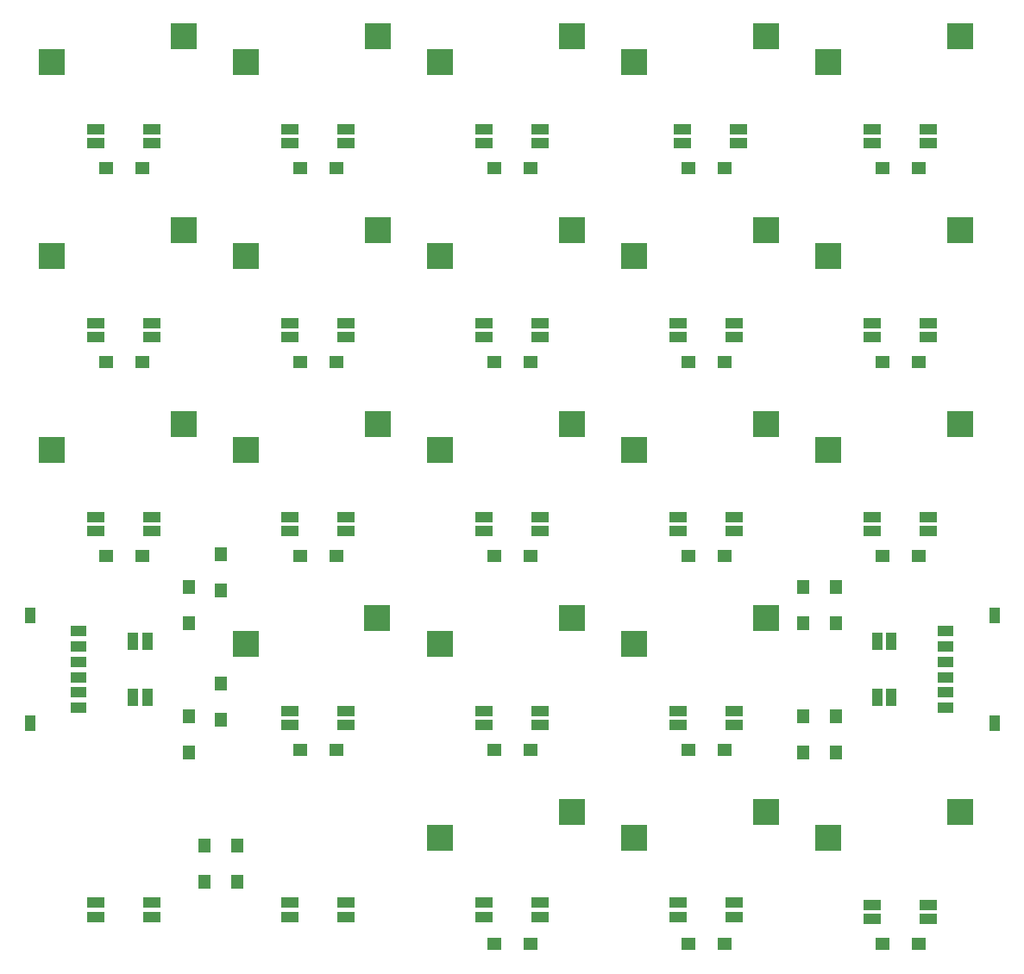
<source format=gbp>
G04 #@! TF.GenerationSoftware,KiCad,Pcbnew,(6.0.1)*
G04 #@! TF.CreationDate,2022-02-24T19:14:04+09:00*
G04 #@! TF.ProjectId,xipher_kbd,78697068-6572-45f6-9b62-642e6b696361,rev?*
G04 #@! TF.SameCoordinates,Original*
G04 #@! TF.FileFunction,Paste,Bot*
G04 #@! TF.FilePolarity,Positive*
%FSLAX46Y46*%
G04 Gerber Fmt 4.6, Leading zero omitted, Abs format (unit mm)*
G04 Created by KiCad (PCBNEW (6.0.1)) date 2022-02-24 19:14:04*
%MOMM*%
%LPD*%
G01*
G04 APERTURE LIST*
%ADD10R,1.000000X1.700000*%
%ADD11R,1.600000X1.000000*%
%ADD12R,1.100000X1.600000*%
%ADD13R,2.550000X2.500000*%
%ADD14R,1.400000X1.300000*%
%ADD15R,1.300000X1.400000*%
%ADD16R,1.700000X1.000000*%
G04 APERTURE END LIST*
D10*
G04 #@! TO.C,LED16*
X43750000Y-97262500D03*
X45150000Y-97262500D03*
X43750000Y-102762500D03*
X45150000Y-102762500D03*
G04 #@! TD*
D11*
G04 #@! TO.C,S1*
X123487500Y-100762500D03*
D12*
X128287500Y-105312500D03*
D11*
X123487500Y-96262500D03*
D12*
X128287500Y-94712500D03*
D11*
X123487500Y-97762500D03*
X123487500Y-99262500D03*
X123487500Y-102262500D03*
X123487500Y-103762500D03*
G04 #@! TD*
G04 #@! TO.C,S2*
X38437500Y-99262500D03*
D12*
X33637500Y-94712500D03*
D11*
X38437500Y-103762500D03*
D12*
X33637500Y-105312500D03*
D11*
X38437500Y-102262500D03*
X38437500Y-100762500D03*
X38437500Y-97762500D03*
X38437500Y-96262500D03*
G04 #@! TD*
D13*
G04 #@! TO.C,SW28*
X111977500Y-116522500D03*
X124904500Y-113982500D03*
G04 #@! TD*
G04 #@! TO.C,SW27*
X92927500Y-116522500D03*
X105854500Y-113982500D03*
G04 #@! TD*
G04 #@! TO.C,SW26*
X86804500Y-113982500D03*
X73877500Y-116522500D03*
G04 #@! TD*
G04 #@! TO.C,SW22*
X105854500Y-94932500D03*
X92927500Y-97472500D03*
G04 #@! TD*
G04 #@! TO.C,SW21*
X86804500Y-94932500D03*
X73877500Y-97472500D03*
G04 #@! TD*
G04 #@! TO.C,SW20*
X67722000Y-94932500D03*
X54795000Y-97472500D03*
G04 #@! TD*
G04 #@! TO.C,SW18*
X124904500Y-75882500D03*
X111977500Y-78422500D03*
G04 #@! TD*
G04 #@! TO.C,SW17*
X105854500Y-75882500D03*
X92927500Y-78422500D03*
G04 #@! TD*
G04 #@! TO.C,SW16*
X86804500Y-75882500D03*
X73877500Y-78422500D03*
G04 #@! TD*
G04 #@! TO.C,SW15*
X67754500Y-75882500D03*
X54827500Y-78422500D03*
G04 #@! TD*
G04 #@! TO.C,SW14*
X48704500Y-75882500D03*
X35777500Y-78422500D03*
G04 #@! TD*
G04 #@! TO.C,SW13*
X124904500Y-56832500D03*
X111977500Y-59372500D03*
G04 #@! TD*
G04 #@! TO.C,SW12*
X92927500Y-59372500D03*
X105854500Y-56832500D03*
G04 #@! TD*
G04 #@! TO.C,SW11*
X73877500Y-59372500D03*
X86804500Y-56832500D03*
G04 #@! TD*
G04 #@! TO.C,SW10*
X54827500Y-59372500D03*
X67754500Y-56832500D03*
G04 #@! TD*
G04 #@! TO.C,SW9*
X35777500Y-59372500D03*
X48704500Y-56832500D03*
G04 #@! TD*
G04 #@! TO.C,SW8*
X124904500Y-37782500D03*
X111977500Y-40322500D03*
G04 #@! TD*
G04 #@! TO.C,SW7*
X105854500Y-37782500D03*
X92927500Y-40322500D03*
G04 #@! TD*
G04 #@! TO.C,SW6*
X86804500Y-37782500D03*
X73877500Y-40322500D03*
G04 #@! TD*
G04 #@! TO.C,SW5*
X67754500Y-37782500D03*
X54827500Y-40322500D03*
G04 #@! TD*
G04 #@! TO.C,SW4*
X35777500Y-40322500D03*
X48704500Y-37782500D03*
G04 #@! TD*
D14*
G04 #@! TO.C,D14*
X79187500Y-88900000D03*
X82737500Y-88900000D03*
G04 #@! TD*
G04 #@! TO.C,D13*
X60137500Y-88900000D03*
X63687500Y-88900000D03*
G04 #@! TD*
G04 #@! TO.C,D12*
X41087500Y-88900000D03*
X44637500Y-88900000D03*
G04 #@! TD*
G04 #@! TO.C,D10*
X117287500Y-69850000D03*
X120837500Y-69850000D03*
G04 #@! TD*
G04 #@! TO.C,D9*
X98237500Y-69850000D03*
X101787500Y-69850000D03*
G04 #@! TD*
G04 #@! TO.C,D8*
X79187500Y-69850000D03*
X82737500Y-69850000D03*
G04 #@! TD*
G04 #@! TO.C,D7*
X60137500Y-69850000D03*
X63687500Y-69850000D03*
G04 #@! TD*
G04 #@! TO.C,D6*
X41087500Y-69850000D03*
X44637500Y-69850000D03*
G04 #@! TD*
G04 #@! TO.C,D5*
X120837500Y-50800000D03*
X117287500Y-50800000D03*
G04 #@! TD*
G04 #@! TO.C,D4*
X98237500Y-50800000D03*
X101787500Y-50800000D03*
G04 #@! TD*
G04 #@! TO.C,D3*
X79187500Y-50800000D03*
X82737500Y-50800000D03*
G04 #@! TD*
G04 #@! TO.C,D2*
X63687500Y-50800000D03*
X60137500Y-50800000D03*
G04 #@! TD*
G04 #@! TO.C,D1*
X41087500Y-50800000D03*
X44637500Y-50800000D03*
G04 #@! TD*
D15*
G04 #@! TO.C,D11*
X112712500Y-104587500D03*
X112712500Y-108137500D03*
G04 #@! TD*
D14*
G04 #@! TO.C,D31*
X117287500Y-127000000D03*
X120837500Y-127000000D03*
G04 #@! TD*
G04 #@! TO.C,D30*
X98237500Y-127000000D03*
X101787500Y-127000000D03*
G04 #@! TD*
G04 #@! TO.C,D29*
X79187500Y-127000000D03*
X82737500Y-127000000D03*
G04 #@! TD*
D15*
G04 #@! TO.C,D28*
X53975000Y-120837500D03*
X53975000Y-117287500D03*
G04 #@! TD*
G04 #@! TO.C,D27*
X50800000Y-120837500D03*
X50800000Y-117287500D03*
G04 #@! TD*
G04 #@! TO.C,D26*
X49212500Y-108137500D03*
X49212500Y-104587500D03*
G04 #@! TD*
G04 #@! TO.C,D25*
X52387500Y-92262500D03*
X52387500Y-88712500D03*
G04 #@! TD*
G04 #@! TO.C,D24*
X52387500Y-104962500D03*
X52387500Y-101412500D03*
G04 #@! TD*
G04 #@! TO.C,D23*
X112712500Y-91887500D03*
X112712500Y-95437500D03*
G04 #@! TD*
D14*
G04 #@! TO.C,D22*
X98237500Y-107950000D03*
X101787500Y-107950000D03*
G04 #@! TD*
G04 #@! TO.C,D21*
X79187500Y-107950000D03*
X82737500Y-107950000D03*
G04 #@! TD*
G04 #@! TO.C,D20*
X60137500Y-107950000D03*
X63687500Y-107950000D03*
G04 #@! TD*
D15*
G04 #@! TO.C,D19*
X49212500Y-91887500D03*
X49212500Y-95437500D03*
G04 #@! TD*
G04 #@! TO.C,D18*
X109537500Y-104587500D03*
X109537500Y-108137500D03*
G04 #@! TD*
G04 #@! TO.C,D17*
X109537500Y-91887500D03*
X109537500Y-95437500D03*
G04 #@! TD*
D14*
G04 #@! TO.C,D16*
X117287500Y-88900000D03*
X120837500Y-88900000D03*
G04 #@! TD*
G04 #@! TO.C,D15*
X98237500Y-88900000D03*
X101787500Y-88900000D03*
G04 #@! TD*
D16*
G04 #@! TO.C,LED25*
X116312500Y-124525000D03*
X116312500Y-123125000D03*
X121812500Y-124525000D03*
X121812500Y-123125000D03*
G04 #@! TD*
G04 #@! TO.C,LED24*
X97262500Y-124325000D03*
X97262500Y-122925000D03*
X102762500Y-124325000D03*
X102762500Y-122925000D03*
G04 #@! TD*
G04 #@! TO.C,LED23*
X78212500Y-124325000D03*
X78212500Y-122925000D03*
X83712500Y-124325000D03*
X83712500Y-122925000D03*
G04 #@! TD*
G04 #@! TO.C,LED22*
X59162500Y-124325000D03*
X59162500Y-122925000D03*
X64662500Y-124325000D03*
X64662500Y-122925000D03*
G04 #@! TD*
G04 #@! TO.C,LED21*
X40112500Y-124325000D03*
X40112500Y-122925000D03*
X45612500Y-124325000D03*
X45612500Y-122925000D03*
G04 #@! TD*
D10*
G04 #@! TO.C,LED20*
X118175000Y-102762500D03*
X116775000Y-102762500D03*
X118175000Y-97262500D03*
X116775000Y-97262500D03*
G04 #@! TD*
D16*
G04 #@! TO.C,LED19*
X102762500Y-104075000D03*
X102762500Y-105475000D03*
X97262500Y-104075000D03*
X97262500Y-105475000D03*
G04 #@! TD*
G04 #@! TO.C,LED18*
X83712500Y-104075000D03*
X83712500Y-105475000D03*
X78212500Y-104075000D03*
X78212500Y-105475000D03*
G04 #@! TD*
G04 #@! TO.C,LED17*
X64662500Y-104075000D03*
X64662500Y-105475000D03*
X59162500Y-104075000D03*
X59162500Y-105475000D03*
G04 #@! TD*
G04 #@! TO.C,LED15*
X121812500Y-85025000D03*
X121812500Y-86425000D03*
X116312500Y-85025000D03*
X116312500Y-86425000D03*
G04 #@! TD*
G04 #@! TO.C,LED14*
X102762500Y-85025000D03*
X102762500Y-86425000D03*
X97262500Y-85025000D03*
X97262500Y-86425000D03*
G04 #@! TD*
G04 #@! TO.C,LED6*
X45612500Y-65975000D03*
X45612500Y-67375000D03*
X40112500Y-65975000D03*
X40112500Y-67375000D03*
G04 #@! TD*
G04 #@! TO.C,LED5*
X121812500Y-46925000D03*
X121812500Y-48325000D03*
X116312500Y-46925000D03*
X116312500Y-48325000D03*
G04 #@! TD*
G04 #@! TO.C,LED13*
X83712500Y-85025000D03*
X83712500Y-86425000D03*
X78212500Y-85025000D03*
X78212500Y-86425000D03*
G04 #@! TD*
G04 #@! TO.C,LED4*
X97631300Y-48325000D03*
X97631300Y-46925000D03*
X103131300Y-48325000D03*
X103131300Y-46925000D03*
G04 #@! TD*
G04 #@! TO.C,LED3*
X78212500Y-48325000D03*
X78212500Y-46925000D03*
X83712500Y-48325000D03*
X83712500Y-46925000D03*
G04 #@! TD*
G04 #@! TO.C,LED2*
X59162500Y-48325000D03*
X59162500Y-46925000D03*
X64662500Y-48325000D03*
X64662500Y-46925000D03*
G04 #@! TD*
G04 #@! TO.C,LED1*
X45612500Y-46925000D03*
X45612500Y-48325000D03*
X40112500Y-46925000D03*
X40112500Y-48325000D03*
G04 #@! TD*
G04 #@! TO.C,LED12*
X64662500Y-85025000D03*
X64662500Y-86425000D03*
X59162500Y-85025000D03*
X59162500Y-86425000D03*
G04 #@! TD*
G04 #@! TO.C,LED11*
X45612500Y-85025000D03*
X45612500Y-86425000D03*
X40112500Y-85025000D03*
X40112500Y-86425000D03*
G04 #@! TD*
G04 #@! TO.C,LED10*
X121812500Y-65975000D03*
X121812500Y-67375000D03*
X116312500Y-65975000D03*
X116312500Y-67375000D03*
G04 #@! TD*
G04 #@! TO.C,LED9*
X102762500Y-65975000D03*
X102762500Y-67375000D03*
X97262500Y-65975000D03*
X97262500Y-67375000D03*
G04 #@! TD*
G04 #@! TO.C,LED8*
X83712500Y-65975000D03*
X83712500Y-67375000D03*
X78212500Y-65975000D03*
X78212500Y-67375000D03*
G04 #@! TD*
G04 #@! TO.C,LED7*
X64662500Y-65975000D03*
X64662500Y-67375000D03*
X59162500Y-65975000D03*
X59162500Y-67375000D03*
G04 #@! TD*
M02*

</source>
